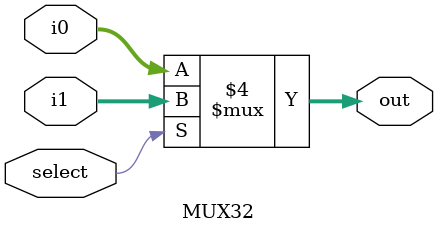
<source format=sv>
module MUX32
(
    input select,
    input [31:0] i0, i1,
    output reg [31:0] out
);

always @(*) begin
    if(select == 1'b0) begin
        out <= i0;
    end
    else begin
        out <= i1;
    end
end
endmodule
</source>
